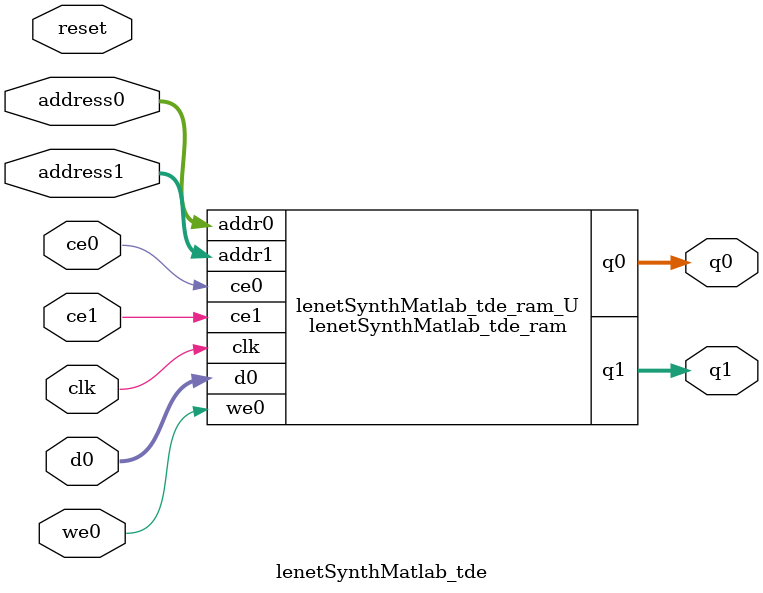
<source format=v>

`timescale 1 ns / 1 ps
module lenetSynthMatlab_tde_ram (addr0, ce0, d0, we0, q0, addr1, ce1, q1,  clk);

parameter DWIDTH = 32;
parameter AWIDTH = 11;
parameter MEM_SIZE = 1600;

input[AWIDTH-1:0] addr0;
input ce0;
input[DWIDTH-1:0] d0;
input we0;
output reg[DWIDTH-1:0] q0;
input[AWIDTH-1:0] addr1;
input ce1;
output reg[DWIDTH-1:0] q1;
input clk;

(* ram_style = "block" *)reg [DWIDTH-1:0] ram[0:MEM_SIZE-1];




always @(posedge clk)  
begin 
    if (ce0) 
    begin
        if (we0) 
        begin 
            ram[addr0] <= d0; 
            q0 <= d0;
        end 
        else 
            q0 <= ram[addr0];
    end
end


always @(posedge clk)  
begin 
    if (ce1) 
    begin
            q1 <= ram[addr1];
    end
end


endmodule


`timescale 1 ns / 1 ps
module lenetSynthMatlab_tde(
    reset,
    clk,
    address0,
    ce0,
    we0,
    d0,
    q0,
    address1,
    ce1,
    q1);

parameter DataWidth = 32'd32;
parameter AddressRange = 32'd1600;
parameter AddressWidth = 32'd11;
input reset;
input clk;
input[AddressWidth - 1:0] address0;
input ce0;
input we0;
input[DataWidth - 1:0] d0;
output[DataWidth - 1:0] q0;
input[AddressWidth - 1:0] address1;
input ce1;
output[DataWidth - 1:0] q1;



lenetSynthMatlab_tde_ram lenetSynthMatlab_tde_ram_U(
    .clk( clk ),
    .addr0( address0 ),
    .ce0( ce0 ),
    .we0( we0 ),
    .d0( d0 ),
    .q0( q0 ),
    .addr1( address1 ),
    .ce1( ce1 ),
    .q1( q1 ));

endmodule


</source>
